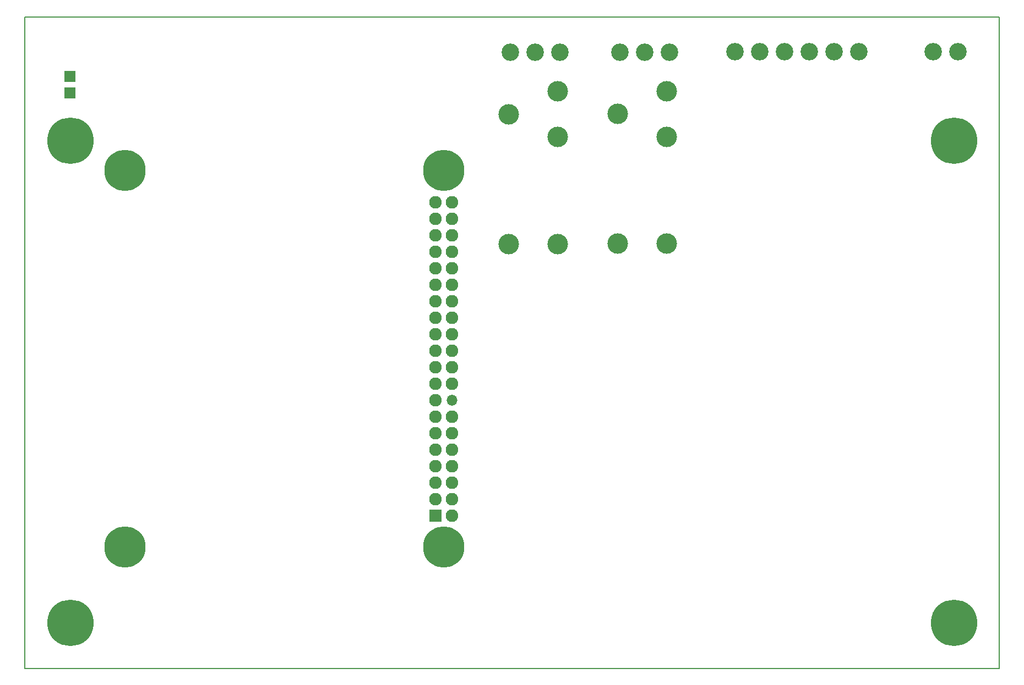
<source format=gbr>
%FSLAX23Y23*%
%MOIN*%
G04 EasyPC Gerber Version 17.0 Build 3379 *
%ADD151O,0.06600X0.06600*%
%ADD150O,0.07600X0.07600*%
%ADD154R,0.06600X0.06600*%
%ADD152R,0.07600X0.07600*%
%ADD28C,0.00500*%
%ADD88C,0.10600*%
%ADD157C,0.12411*%
%ADD153C,0.25009*%
%ADD87C,0.28100*%
X0Y0D02*
D02*
D28*
X4Y3D02*
X5904D01*
Y3953*
X4*
Y3*
D02*
D87*
X279Y278D03*
Y3203D03*
X5629Y278D03*
Y3203D03*
D02*
D88*
X2943Y3738D03*
X3093D03*
X3243D03*
X3606Y3739D03*
X3756D03*
X3906D03*
X4304Y3740D03*
X4454D03*
X4604D03*
X4754D03*
X4904D03*
X5054D03*
X5504D03*
X5654D03*
D02*
D150*
X2491Y1028D03*
Y1128D03*
Y1228D03*
Y1328D03*
Y1428D03*
Y1528D03*
Y1628D03*
Y1728D03*
Y1828D03*
Y1928D03*
Y2028D03*
Y2128D03*
Y2228D03*
Y2328D03*
Y2428D03*
Y2528D03*
Y2628D03*
Y2728D03*
Y2828D03*
X2591Y928D03*
Y1028D03*
Y1128D03*
Y1228D03*
Y1328D03*
Y1428D03*
Y1528D03*
Y1728D03*
Y1828D03*
Y1928D03*
Y2028D03*
Y2128D03*
Y2228D03*
Y2328D03*
Y2428D03*
Y2528D03*
Y2628D03*
Y2728D03*
Y2828D03*
D02*
D151*
Y1628D03*
D02*
D152*
X2491Y928D03*
D02*
D153*
X612Y737D03*
Y3020D03*
X2542Y737D03*
Y3020D03*
D02*
D154*
X278Y3493D03*
Y3593D03*
D02*
D157*
X2935Y2575D03*
Y3363D03*
X3230Y2575D03*
Y3225D03*
Y3500D03*
X3595Y2577D03*
Y3364D03*
X3891Y2577D03*
Y3226D03*
Y3502D03*
X0Y0D02*
M02*

</source>
